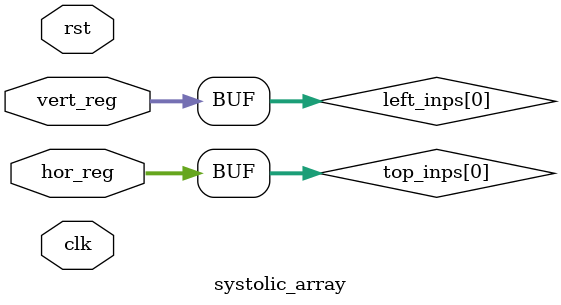
<source format=v>
`timescale 1ns / 1ps


module systolic_array #(parameter BIT_W = 4, 
                        parameter N = 3)( input clk,
                                          input rst, 
                                          input [N*BIT_W -1 : 0] hor_reg, 
                                          input [N*BIT_W -1 : 0] vert_reg);

wire [N*BIT_W - 1:0] top_inps[N:0];
wire [N*BIT_W - 1:0] left_inps[N:0];

assign top_inps[0] = hor_reg; 
assign left_inps[0] = vert_reg; 

generate 
    // ROW 0 START 
    PE #(.BIT_W(BIT_W))  u_pe00(.clk(clk), 
                                .rst(rst), 
                                .top   (top_inps  [0  ][0*BIT_W+:BIT_W]), 
                                .left  (left_inps [0  ][0*BIT_W+:BIT_W]), 
                                .right (left_inps [0+1][0*BIT_W+:BIT_W]), 
                                .bottom(top_inps  [0+1][0*BIT_W+:BIT_W])
                                );
    PE #(.BIT_W(BIT_W))  u_pe01(.clk(clk), 
                                .rst(rst), 
                                .top   (top_inps  [0  ][1*BIT_W+:BIT_W]), 
                                .left  (left_inps [1  ][0*BIT_W+:BIT_W]), 
                                .right (left_inps [1+1][0*BIT_W+:BIT_W]), 
                                .bottom(top_inps  [0+1][1*BIT_W+:BIT_W])
                                );
    PE #(.BIT_W(BIT_W))  u_pe02(.clk(clk), 
                                .rst(rst), 
                                .top   (top_inps  [0  ][2*BIT_W+:BIT_W]), 
                                .left  (left_inps [2  ][0*BIT_W+:BIT_W]), 
                                .right (left_inps [2+1][0*BIT_W+:BIT_W]), 
                                .bottom(top_inps  [0+1][2*BIT_W+:BIT_W])
                                );
    // ROW 0 END
    // ROW 1 START 
    PE #(.BIT_W(BIT_W))  u_pe10(.clk(clk), 
                                .rst(rst), 
                                .top   (top_inps  [1  ][0*BIT_W+:BIT_W]), 
                                .left  (left_inps [0  ][1*BIT_W+:BIT_W]), 
                                .right (left_inps [0+1][1*BIT_W+:BIT_W]), 
                                .bottom(top_inps  [1+1][0*BIT_W+:BIT_W])
                                );
                                
    PE #(.BIT_W(BIT_W))  u_pe11(.clk(clk), 
                                .rst(rst), 
                                .top   (top_inps  [1  ][1*BIT_W+:BIT_W]), 
                                .left  (left_inps [1  ][1*BIT_W+:BIT_W]), 
                                .right (left_inps [1+1][1*BIT_W+:BIT_W]), 
                                .bottom(top_inps  [1+1][1*BIT_W+:BIT_W])
                                );
                                
   PE #(.BIT_W(BIT_W))  u_pe12(.clk(clk), 
                               .rst(rst), 
                               .top   (top_inps  [1  ][2*BIT_W+:BIT_W]), 
                               .left  (left_inps [2  ][1*BIT_W+:BIT_W]), 
                               .right (left_inps [2+1][1*BIT_W+:BIT_W]), 
                               .bottom(top_inps  [1+1][2*BIT_W+:BIT_W])
                               );
   // ROW 1 END
   // ROW 2 START
   PE #(.BIT_W(BIT_W))  u_pe20(.clk(clk), 
                               .rst(rst), 
                               .top   (top_inps  [2  ][0*BIT_W+:BIT_W]), 
                               .left  (left_inps [0  ][2*BIT_W+:BIT_W]), 
                               .right (left_inps [0+1][2*BIT_W+:BIT_W]), 
                               .bottom(top_inps  [2+1][0*BIT_W+:BIT_W])
                               );
                                
   PE #(.BIT_W(BIT_W))  u_pe21(.clk(clk), 
                               .rst(rst), 
                               .top   (top_inps  [2  ][1*BIT_W+:BIT_W]), 
                               .left  (left_inps [1  ][2*BIT_W+:BIT_W]), 
                               .right (left_inps [1+1][2*BIT_W+:BIT_W]), 
                               .bottom(top_inps  [2+1][1*BIT_W+:BIT_W])
                               );
   PE #(.BIT_W(BIT_W))  u_pe22(.clk(clk), 
                               .rst(rst), 
                               .top   (top_inps  [2  ][2*BIT_W+:BIT_W]), 
                               .left  (left_inps [2  ][2*BIT_W+:BIT_W]), 
                               .right (left_inps [2+1][2*BIT_W+:BIT_W]), 
                               .bottom(top_inps  [2+1][2*BIT_W+:BIT_W])
                               );
   // ROW 2 END
   
endgenerate

/*for (genvar i = 0; i < N; i= i+1) begin :SYSROWS
    for (genvar j = 0; j < N; j=j+1) begin
        PE #(.BIT_W(BIT_W))  u_pe(.clk(clk), 
                                  .rst(rst), 
                                  .top   (top_inps  [i  ][j*BIT_W+:BIT_W]), 
                                  .left  (left_inps [j  ][i*BIT_W+:BIT_W]), 
                                  .right (left_inps [j+1][i*BIT_W+:BIT_W]), 
                                  .bottom(top_inps  [i+1][j*BIT_W+:BIT_W])
                                  );
    end 
end
*/
endmodule

</source>
